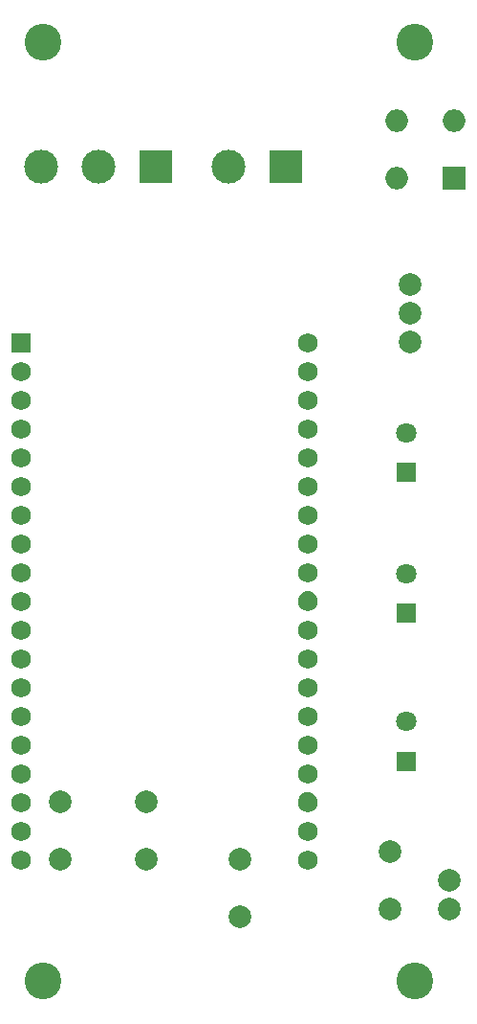
<source format=gbr>
%TF.GenerationSoftware,KiCad,Pcbnew,(6.0.4)*%
%TF.CreationDate,2022-05-06T13:14:28-03:00*%
%TF.ProjectId,kicad proyecto,6b696361-6420-4707-926f-796563746f2e,rev?*%
%TF.SameCoordinates,Original*%
%TF.FileFunction,Copper,L1,Top*%
%TF.FilePolarity,Positive*%
%FSLAX46Y46*%
G04 Gerber Fmt 4.6, Leading zero omitted, Abs format (unit mm)*
G04 Created by KiCad (PCBNEW (6.0.4)) date 2022-05-06 13:14:28*
%MOMM*%
%LPD*%
G01*
G04 APERTURE LIST*
%TA.AperFunction,ComponentPad*%
%ADD10C,3.250000*%
%TD*%
%TA.AperFunction,ComponentPad*%
%ADD11R,1.800000X1.800000*%
%TD*%
%TA.AperFunction,ComponentPad*%
%ADD12C,1.800000*%
%TD*%
%TA.AperFunction,ComponentPad*%
%ADD13C,2.000000*%
%TD*%
%TA.AperFunction,ComponentPad*%
%ADD14C,1.998980*%
%TD*%
%TA.AperFunction,ComponentPad*%
%ADD15R,3.000000X3.000000*%
%TD*%
%TA.AperFunction,ComponentPad*%
%ADD16C,3.000000*%
%TD*%
%TA.AperFunction,ComponentPad*%
%ADD17R,1.750000X1.750000*%
%TD*%
%TA.AperFunction,ComponentPad*%
%ADD18C,1.750000*%
%TD*%
%TA.AperFunction,ComponentPad*%
%ADD19R,2.000000X2.000000*%
%TD*%
%TA.AperFunction,ComponentPad*%
%ADD20O,2.000000X2.000000*%
%TD*%
%TA.AperFunction,Conductor*%
%ADD21C,1.500000*%
%TD*%
G04 APERTURE END LIST*
D10*
%TO.P,H1,1*%
%TO.N,N/C*%
X139000000Y-157000000D03*
%TD*%
%TO.P,H4,1*%
%TO.N,N/C*%
X106000000Y-157000000D03*
%TD*%
D11*
%TO.P,C2,1*%
%TO.N,/12V_rect*%
X138197428Y-124467000D03*
D12*
%TO.P,C2,2*%
%TO.N,GND*%
X138197428Y-120967000D03*
%TD*%
D13*
%TO.P,U1,1,IN*%
%TO.N,/12V_rect*%
X138578428Y-100492000D03*
%TO.P,U1,2,GND*%
%TO.N,GND*%
X138578428Y-97952000D03*
%TO.P,U1,3,OUT*%
%TO.N,+5V*%
X138578428Y-95412000D03*
%TD*%
D14*
%TO.P,R2,1*%
%TO.N,GND*%
X107590428Y-141132000D03*
%TO.P,R2,2*%
%TO.N,/E2*%
X107590428Y-146212000D03*
%TD*%
D11*
%TO.P,C1,1*%
%TO.N,GND*%
X138197428Y-137548000D03*
D12*
%TO.P,C1,2*%
%TO.N,/E2*%
X138197428Y-134048000D03*
%TD*%
D15*
%TO.P,Medior_de_corriente_entrada1,1,Pin_1*%
%TO.N,/E1*%
X116000000Y-85000000D03*
D16*
%TO.P,Medior_de_corriente_entrada1,2,Pin_2*%
%TO.N,/E2*%
X110920000Y-85000000D03*
%TO.P,Medior_de_corriente_entrada1,3,Pin_3*%
%TO.N,GND*%
X105840000Y-85000000D03*
%TD*%
D10*
%TO.P,H2,1*%
%TO.N,N/C*%
X106000000Y-74000000D03*
%TD*%
D14*
%TO.P,R3,1*%
%TO.N,+5V*%
X136800428Y-145577000D03*
%TO.P,R3,2*%
%TO.N,Net-(R3-Pad2)*%
X136800428Y-150657000D03*
%TD*%
D11*
%TO.P,C3,1*%
%TO.N,+5V*%
X138197428Y-112021000D03*
D12*
%TO.P,C3,2*%
%TO.N,GND*%
X138197428Y-108521000D03*
%TD*%
D14*
%TO.P,R4,1*%
%TO.N,/E2*%
X115210428Y-146212000D03*
%TO.P,R4,2*%
%TO.N,/E1*%
X115210428Y-141132000D03*
%TD*%
D17*
%TO.P,Micro_controlador1,1,3V3*%
%TO.N,+3V3*%
X104110000Y-100544000D03*
D18*
%TO.P,Micro_controlador1,2,EN*%
%TO.N,unconnected-(Micro_controlador1-Pad2)*%
X104110000Y-103084000D03*
%TO.P,Micro_controlador1,3,SVP*%
%TO.N,unconnected-(Micro_controlador1-Pad3)*%
X104110000Y-105624000D03*
%TO.P,Micro_controlador1,4,SVN*%
%TO.N,unconnected-(Micro_controlador1-Pad4)*%
X104110000Y-108164000D03*
%TO.P,Micro_controlador1,5,IO34*%
%TO.N,unconnected-(Micro_controlador1-Pad5)*%
X104110000Y-110704000D03*
%TO.P,Micro_controlador1,6,IO35*%
%TO.N,unconnected-(Micro_controlador1-Pad6)*%
X104110000Y-113244000D03*
%TO.P,Micro_controlador1,7,IO32*%
%TO.N,/SCL*%
X104110000Y-115784000D03*
%TO.P,Micro_controlador1,8,IO33*%
%TO.N,/E1*%
X104110000Y-118324000D03*
%TO.P,Micro_controlador1,9,IO25*%
%TO.N,unconnected-(Micro_controlador1-Pad9)*%
X104110000Y-120864000D03*
%TO.P,Micro_controlador1,10,IO26*%
%TO.N,unconnected-(Micro_controlador1-Pad10)*%
X104110000Y-123404000D03*
%TO.P,Micro_controlador1,11,IO27*%
%TO.N,unconnected-(Micro_controlador1-Pad11)*%
X104110000Y-125944000D03*
%TO.P,Micro_controlador1,12,IO14*%
%TO.N,unconnected-(Micro_controlador1-Pad12)*%
X104110000Y-128484000D03*
%TO.P,Micro_controlador1,13,IO12*%
%TO.N,GND*%
X104110000Y-131024000D03*
%TO.P,Micro_controlador1,14,GND*%
%TO.N,unconnected-(Micro_controlador1-Pad14)*%
X104110000Y-133564000D03*
%TO.P,Micro_controlador1,15,IO13*%
%TO.N,unconnected-(Micro_controlador1-Pad15)*%
X104110000Y-136104000D03*
%TO.P,Micro_controlador1,16,SD2*%
%TO.N,unconnected-(Micro_controlador1-Pad16)*%
X104110000Y-138644000D03*
%TO.P,Micro_controlador1,17,SD3*%
%TO.N,unconnected-(Micro_controlador1-Pad17)*%
X104110000Y-141184000D03*
%TO.P,Micro_controlador1,18,CMD*%
%TO.N,unconnected-(Micro_controlador1-Pad18)*%
X104110000Y-143724000D03*
%TO.P,Micro_controlador1,19,5V*%
%TO.N,+5V*%
X104110000Y-146264000D03*
%TO.P,Micro_controlador1,20,CLK*%
%TO.N,unconnected-(Micro_controlador1-Pad20)*%
X129510000Y-100544000D03*
%TO.P,Micro_controlador1,21,SD0*%
%TO.N,unconnected-(Micro_controlador1-Pad21)*%
X129510000Y-103084000D03*
%TO.P,Micro_controlador1,22,SD1*%
%TO.N,unconnected-(Micro_controlador1-Pad22)*%
X129510000Y-105624000D03*
%TO.P,Micro_controlador1,23,IO15*%
%TO.N,unconnected-(Micro_controlador1-Pad23)*%
X129510000Y-108164000D03*
%TO.P,Micro_controlador1,24,IO02*%
%TO.N,unconnected-(Micro_controlador1-Pad24)*%
X129510000Y-110704000D03*
%TO.P,Micro_controlador1,25,IO0*%
%TO.N,unconnected-(Micro_controlador1-Pad25)*%
X129510000Y-113244000D03*
%TO.P,Micro_controlador1,26,IO4*%
%TO.N,unconnected-(Micro_controlador1-Pad26)*%
X129510000Y-115784000D03*
%TO.P,Micro_controlador1,27,IO16*%
%TO.N,unconnected-(Micro_controlador1-Pad27)*%
X129510000Y-118324000D03*
%TO.P,Micro_controlador1,28,IO17*%
%TO.N,unconnected-(Micro_controlador1-Pad28)*%
X129510000Y-120864000D03*
%TO.P,Micro_controlador1,29,IO5*%
%TO.N,unconnected-(Micro_controlador1-Pad29)*%
X129510000Y-123404000D03*
%TO.P,Micro_controlador1,30,IO18*%
%TO.N,unconnected-(Micro_controlador1-Pad30)*%
X129510000Y-125944000D03*
%TO.P,Micro_controlador1,31,IO19*%
%TO.N,unconnected-(Micro_controlador1-Pad31)*%
X129510000Y-128484000D03*
%TO.P,Micro_controlador1,32,GND*%
%TO.N,unconnected-(Micro_controlador1-Pad32)*%
X129510000Y-131024000D03*
%TO.P,Micro_controlador1,33,IO21*%
%TO.N,unconnected-(Micro_controlador1-Pad33)*%
X129510000Y-133564000D03*
%TO.P,Micro_controlador1,34,RXD0*%
%TO.N,unconnected-(Micro_controlador1-Pad34)*%
X129510000Y-136104000D03*
%TO.P,Micro_controlador1,35,TXD0*%
%TO.N,unconnected-(Micro_controlador1-Pad35)*%
X129510000Y-138644000D03*
%TO.P,Micro_controlador1,36,IO22*%
%TO.N,unconnected-(Micro_controlador1-Pad36)*%
X129510000Y-141184000D03*
%TO.P,Micro_controlador1,37,IO23*%
%TO.N,unconnected-(Micro_controlador1-Pad37)*%
X129510000Y-143724000D03*
%TO.P,Micro_controlador1,38,GND*%
%TO.N,GND*%
X129510000Y-146264000D03*
%TD*%
D15*
%TO.P,12v_alterna1,1,Pin_1*%
%TO.N,/12v_alterna1*%
X127540000Y-85000000D03*
D16*
%TO.P,12v_alterna1,2,Pin_2*%
%TO.N,/12v_alterna2*%
X122460000Y-85000000D03*
%TD*%
D14*
%TO.P,R1,1*%
%TO.N,/E2*%
X123491000Y-146212000D03*
%TO.P,R1,2*%
%TO.N,+3V3*%
X123491000Y-151292000D03*
%TD*%
D10*
%TO.P,H3,1*%
%TO.N,N/C*%
X139000000Y-74000000D03*
%TD*%
D19*
%TO.P,Puente_de_diodos1,1,+*%
%TO.N,/12V_rect*%
X142464000Y-86014000D03*
D20*
%TO.P,Puente_de_diodos1,2,-*%
%TO.N,GND*%
X142464000Y-80934000D03*
%TO.P,Puente_de_diodos1,3*%
%TO.N,/12v_alterna1*%
X137384000Y-80934000D03*
%TO.P,Puente_de_diodos1,4*%
%TO.N,/12v_alterna2*%
X137384000Y-86014000D03*
%TD*%
D14*
%TO.P,D5,1,K*%
%TO.N,GND*%
X142007428Y-148117000D03*
%TO.P,D5,2,A*%
%TO.N,Net-(R3-Pad2)*%
X142007428Y-150657000D03*
%TD*%
D21*
%TO.N,unconnected-(Micro_controlador1-Pad29)*%
X129484200Y-123275800D02*
X129460000Y-123300000D01*
X129461200Y-123301200D02*
X129460000Y-123300000D01*
%TO.N,unconnected-(Micro_controlador1-Pad36)*%
X129408000Y-141132000D02*
X129460000Y-141080000D01*
X129435800Y-141055800D02*
X129460000Y-141080000D01*
%TD*%
M02*

</source>
